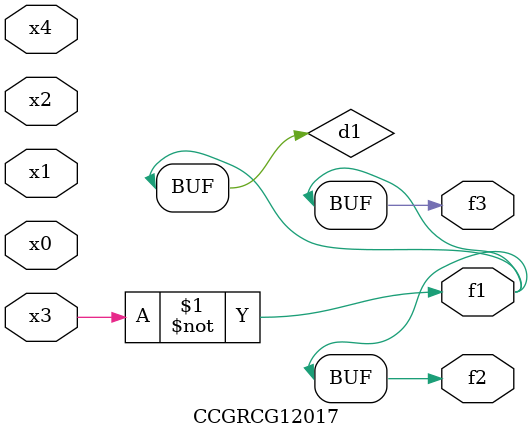
<source format=v>
module CCGRCG12017(
	input x0, x1, x2, x3, x4,
	output f1, f2, f3
);

	wire d1, d2;

	xnor (d1, x3);
	not (d2, x1);
	assign f1 = d1;
	assign f2 = d1;
	assign f3 = d1;
endmodule

</source>
